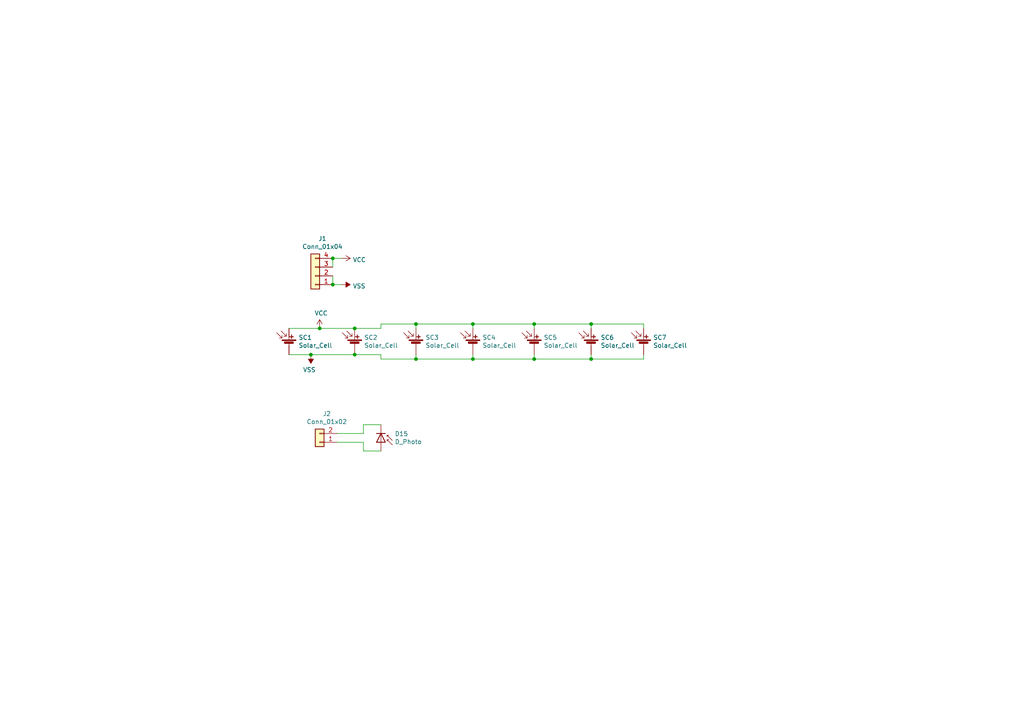
<source format=kicad_sch>
(kicad_sch (version 20211123) (generator eeschema)
  (paper "A4")
  (title_block (title "CySat Solar Panel X -") (date "2020-07-06") (rev "3") (company "Iowa State University"))
  (lib_symbols
    (symbol "Connector_Generic:Conn_01x02" (pin_names (offset 1.016) hide)
      (property "Reference" "J" (at 0 2.54 0))
      (property "Value" "Conn_01x02" (at 0 -5.08 0))
      (symbol "Conn_01x02_1_1"
        (rectangle (start -1.27 -2.413) (end 0 -2.667) (stroke (width 0.1524)))
        (rectangle (start -1.27 0.127) (end 0 -0.127) (stroke (width 0.1524)))
        (rectangle (start -1.27 1.27) (end 1.27 -3.81) (stroke (width 0.254)) (fill (type background)))
        (pin passive line (at -5.08 0 0) (length 3.81) (name "Pin_1") (number "1"))
        (pin passive line (at -5.08 -2.54 0) (length 3.81) (name "Pin_2") (number "2"))
      )
    )
    (symbol "Connector_Generic:Conn_01x04" (pin_names (offset 1.016) hide)
      (property "Reference" "J" (at 0 5.08 0))
      (property "Value" "Conn_01x04" (at 0 -7.62 0))
      (symbol "Conn_01x04_1_1"
        (rectangle (start -1.27 -4.953) (end 0 -5.207) (stroke (width 0.1524)))
        (rectangle (start -1.27 -2.413) (end 0 -2.667) (stroke (width 0.1524)))
        (rectangle (start -1.27 0.127) (end 0 -0.127) (stroke (width 0.1524)))
        (rectangle (start -1.27 2.667) (end 0 2.413) (stroke (width 0.1524)))
        (rectangle (start -1.27 3.81) (end 1.27 -6.35) (stroke (width 0.254)) (fill (type background)))
        (pin passive line (at -5.08 2.54 0) (length 3.81) (name "Pin_1") (number "1"))
        (pin passive line (at -5.08 0 0) (length 3.81) (name "Pin_2") (number "2"))
        (pin passive line (at -5.08 -2.54 0) (length 3.81) (name "Pin_3") (number "3"))
        (pin passive line (at -5.08 -5.08 0) (length 3.81) (name "Pin_4") (number "4"))
      )
    )
    (symbol "Device:D_Photo" (pin_numbers hide) (pin_names hide)
      (property "Reference" "D" (at 0.508 1.778 0))
      (property "Value" "D_Photo" (at -1.016 -2.794 0))
      (symbol "D_Photo_0_1"
        (polyline (pts (xy -2.54 1.27) (xy -2.54 -1.27)) (stroke (width 0.254)))
        (polyline (pts (xy -2.032 1.778) (xy -1.524 1.778)))
        (polyline (pts (xy 0 0) (xy -2.54 0)))
        (polyline (pts (xy -0.508 3.302) (xy -2.032 1.778) (xy -2.032 2.286)))
        (polyline (pts (xy 0 -1.27) (xy 0 1.27) (xy -2.54 0) (xy 0 -1.27)) (stroke (width 0.254)))
        (polyline (pts (xy 0.762 3.302) (xy -0.762 1.778) (xy -0.762 2.286) (xy -0.762 1.778) (xy -0.254 1.778)))
      )
      (symbol "D_Photo_1_1"
        (pin passive line (at -5.08 0 0) (length 2.54) (name "K") (number "1"))
        (pin passive line (at 2.54 0 180) (length 2.54) (name "A") (number "2"))
      )
    )
    (symbol "Device:Solar_Cell" (pin_numbers hide) (pin_names (offset 0) hide)
      (property "Reference" "SC" (at 2.54 2.54 0))
      (property "Value" "Solar_Cell" (at 2.54 0 0))
      (symbol "Solar_Cell_0_1"
        (rectangle (start -2.032 1.778) (end 2.032 1.524) (fill (type outline)))
        (rectangle (start -1.3208 1.1938) (end 1.27 0.6858) (fill (type outline)))
        (polyline (pts (xy -2.032 2.286) (xy -3.556 3.81)))
        (polyline (pts (xy -0.762 2.794) (xy -2.286 4.318)))
        (polyline (pts (xy 0 0.762) (xy 0 0)))
        (polyline (pts (xy 0 1.778) (xy 0 2.54)))
        (polyline (pts (xy 0.254 2.667) (xy 1.27 2.667)) (stroke (width 0.254)))
        (polyline (pts (xy 0.762 3.175) (xy 0.762 2.159)) (stroke (width 0.254)))
        (polyline (pts (xy -2.032 3.048) (xy -2.032 2.286) (xy -2.794 2.286)))
        (polyline (pts (xy -0.762 3.556) (xy -0.762 2.794) (xy -1.524 2.794)))
      )
      (symbol "Solar_Cell_1_1"
        (pin passive line (at 0 5.08 270) (length 2.54) (name "+") (number "1"))
        (pin passive line (at 0 -2.54 90) (length 2.54) (name "-") (number "2"))
      )
    )
    (symbol "power:VCC" (power) (pin_names (offset 0))
      (property "Value" "VCC" (at 0 3.81 0))
      (symbol "VCC_0_1"
        (polyline (pts (xy -0.762 1.27) (xy 0 2.54)))
        (polyline (pts (xy 0 0) (xy 0 2.54)))
        (polyline (pts (xy 0 2.54) (xy 0.762 1.27)))
      )
      (symbol "VCC_1_1"
        (pin power_in line (at 0 0 90) (length 0) hide (name "VCC") (number "1"))
      )
    )
    (symbol "power:VSS" (power) (pin_names (offset 0))
      (property "Value" "VSS" (at 0 3.81 0))
      (symbol "VSS_0_1"
        (polyline (pts (xy 0 0) (xy 0 2.54)))
        (polyline (pts (xy 0.762 1.27) (xy -0.762 1.27) (xy 0 2.54) (xy 0.762 1.27)) (fill (type outline)))
      )
      (symbol "VSS_1_1"
        (pin power_in line (at 0 0 90) (length 0) hide (name "VSS") (number "1"))
      )
    )
  )
  (junction (at 92.71 95.25))
  (junction (at 102.87 102.87))
  (junction (at 171.45 104.14))
  (junction (at 120.65 93.98))
  (junction (at 154.94 93.98))
  (junction (at 154.94 104.14))
  (junction (at 96.52 82.55))
  (junction (at 137.16 104.14))
  (junction (at 120.65 104.14))
  (junction (at 137.16 93.98))
  (junction (at 96.52 74.93))
  (junction (at 90.17 102.87))
  (junction (at 102.87 95.25))
  (junction (at 171.45 93.98))
  (wire (pts (xy 105.41 125.73) (xy 105.41 123.19)))
  (wire (pts (xy 105.41 130.81) (xy 105.41 128.27)))
  (wire (pts (xy 137.16 102.87) (xy 137.16 104.14)))
  (wire (pts (xy 102.87 95.25) (xy 110.49 95.25)))
  (wire (pts (xy 110.49 104.14) (xy 120.65 104.14)))
  (wire (pts (xy 186.69 95.25) (xy 186.69 93.98)))
  (wire (pts (xy 102.87 102.87) (xy 110.49 102.87)))
  (wire (pts (xy 96.52 82.55) (xy 99.06 82.55)))
  (wire (pts (xy 96.52 74.93) (xy 99.06 74.93)))
  (wire (pts (xy 90.17 102.87) (xy 102.87 102.87)))
  (wire (pts (xy 171.45 95.25) (xy 171.45 93.98)))
  (wire (pts (xy 110.49 95.25) (xy 110.49 93.98)))
  (wire (pts (xy 120.65 95.25) (xy 120.65 93.98)))
  (wire (pts (xy 92.71 95.25) (xy 83.82 95.25)))
  (wire (pts (xy 171.45 93.98) (xy 186.69 93.98)))
  (wire (pts (xy 97.79 125.73) (xy 105.41 125.73)))
  (wire (pts (xy 137.16 93.98) (xy 154.94 93.98)))
  (wire (pts (xy 171.45 102.87) (xy 171.45 104.14)))
  (wire (pts (xy 154.94 93.98) (xy 171.45 93.98)))
  (wire (pts (xy 110.49 93.98) (xy 120.65 93.98)))
  (wire (pts (xy 110.49 102.87) (xy 110.49 104.14)))
  (wire (pts (xy 96.52 80.01) (xy 96.52 82.55)))
  (wire (pts (xy 105.41 128.27) (xy 97.79 128.27)))
  (wire (pts (xy 120.65 93.98) (xy 137.16 93.98)))
  (wire (pts (xy 154.94 95.25) (xy 154.94 93.98)))
  (wire (pts (xy 83.82 102.87) (xy 90.17 102.87)))
  (wire (pts (xy 171.45 104.14) (xy 186.69 104.14)))
  (wire (pts (xy 105.41 123.19) (xy 110.49 123.19)))
  (wire (pts (xy 110.49 130.81) (xy 105.41 130.81)))
  (wire (pts (xy 186.69 102.87) (xy 186.69 104.14)))
  (wire (pts (xy 96.52 77.47) (xy 96.52 74.93)))
  (wire (pts (xy 137.16 95.25) (xy 137.16 93.98)))
  (wire (pts (xy 154.94 102.87) (xy 154.94 104.14)))
  (wire (pts (xy 120.65 104.14) (xy 137.16 104.14)))
  (wire (pts (xy 154.94 104.14) (xy 171.45 104.14)))
  (wire (pts (xy 120.65 102.87) (xy 120.65 104.14)))
  (wire (pts (xy 137.16 104.14) (xy 154.94 104.14)))
  (wire (pts (xy 92.71 95.25) (xy 102.87 95.25)))
  (symbol (lib_id "Device:Solar_Cell") (at 102.87 100.33 0) (unit 1)
    (property "Reference" "SC2" (at 105.6132 97.8916 0) (effects (justify left)))
    (property "Value" "Solar_Cell" (at 105.6132 100.203 0) (effects (justify left)))
    (property "Footprint" "CySat:Spectrolabs_UTJ" (effects hide))
  )
  (symbol (lib_id "Device:Solar_Cell") (at 83.82 100.33 0) (unit 1)
    (property "Reference" "SC1" (at 86.5632 97.8916 0) (effects (justify left)))
    (property "Value" "Solar_Cell" (at 86.5632 100.203 0) (effects (justify left)))
    (property "Footprint" "CySat:Spectrolabs_UTJ" (effects hide))
  )
  (symbol (lib_id "power:VCC") (at 92.71 95.25 0) (unit 1)
    (property "Reference" "#PWR04" (effects hide))
    (property "Value" "VCC" (at 93.1418 90.8558 0))
  )
  (symbol (lib_id "power:VSS") (at 90.17 102.87 180) (unit 1)
    (property "Reference" "#PWR07" (effects hide))
    (property "Value" "VSS" (at 89.7128 107.2642 0))
  )
  (symbol (lib_id "Connector_Generic:Conn_01x04") (at 91.44 80.01 180) (unit 1)
    (property "Reference" "J1" (at 93.5228 69.215 0))
    (property "Value" "Conn_01x04" (at 93.5228 71.5264 0))
    (property "Footprint" "Connector_Molex:Molex_PicoBlade_53398-0471_1x04-1MP_P1.25mm_Vertical" (effects hide))
  )
  (symbol (lib_id "power:VSS") (at 99.06 82.55 270) (unit 1)
    (property "Reference" "#PWR02" (effects hide))
    (property "Value" "VSS" (at 102.3112 82.9818 90) (effects (justify left)))
  )
  (symbol (lib_id "power:VCC") (at 99.06 74.93 270) (unit 1)
    (property "Reference" "#PWR01" (effects hide))
    (property "Value" "VCC" (at 102.3112 75.3618 90) (effects (justify left)))
  )
  (symbol (lib_id "Connector_Generic:Conn_01x02") (at 92.71 128.27 180) (unit 1)
    (property "Reference" "J2" (at 94.7928 120.015 0))
    (property "Value" "Conn_01x02" (at 94.7928 122.3264 0))
    (property "Footprint" "Connector_Molex:Molex_PicoBlade_53398-0271_1x02-1MP_P1.25mm_Vertical" (effects hide))
  )
  (symbol (lib_id "Device:D_Photo") (at 110.49 128.27 270) (unit 1)
    (property "Reference" "D15" (at 114.4778 125.8316 90) (effects (justify left)))
    (property "Value" "D_Photo" (at 114.4778 128.143 90) (effects (justify left)))
    (property "Footprint" "Diode_SMD:D_0805_2012Metric" (effects hide))
  )
  (symbol (lib_id "Device:Solar_Cell") (at 120.65 100.33 0) (unit 1)
    (property "Reference" "SC3" (at 123.3932 97.8916 0) (effects (justify left)))
    (property "Value" "Solar_Cell" (at 123.3932 100.203 0) (effects (justify left)))
    (property "Footprint" "CySat:Spectrolabs_UTJ" (effects hide))
  )
  (symbol (lib_id "Device:Solar_Cell") (at 137.16 100.33 0) (unit 1)
    (property "Reference" "SC4" (at 139.9032 97.8916 0) (effects (justify left)))
    (property "Value" "Solar_Cell" (at 139.9032 100.203 0) (effects (justify left)))
    (property "Footprint" "CySat:Spectrolabs_UTJ" (effects hide))
  )
  (symbol (lib_id "Device:Solar_Cell") (at 154.94 100.33 0) (unit 1)
    (property "Reference" "SC5" (at 157.6832 97.8916 0) (effects (justify left)))
    (property "Value" "Solar_Cell" (at 157.6832 100.203 0) (effects (justify left)))
    (property "Footprint" "CySat:Spectrolabs_UTJ" (effects hide))
  )
  (symbol (lib_id "Device:Solar_Cell") (at 171.45 100.33 0) (unit 1)
    (property "Reference" "SC6" (at 174.1932 97.8916 0) (effects (justify left)))
    (property "Value" "Solar_Cell" (at 174.1932 100.203 0) (effects (justify left)))
    (property "Footprint" "CySat:Spectrolabs_UTJ" (effects hide))
  )
  (symbol (lib_id "Device:Solar_Cell") (at 186.69 100.33 0) (unit 1)
    (property "Reference" "SC7" (at 189.4332 97.8916 0) (effects (justify left)))
    (property "Value" "Solar_Cell" (at 189.4332 100.203 0) (effects (justify left)))
    (property "Footprint" "CySat:Spectrolabs_UTJ" (effects hide))
  )
)
</source>
